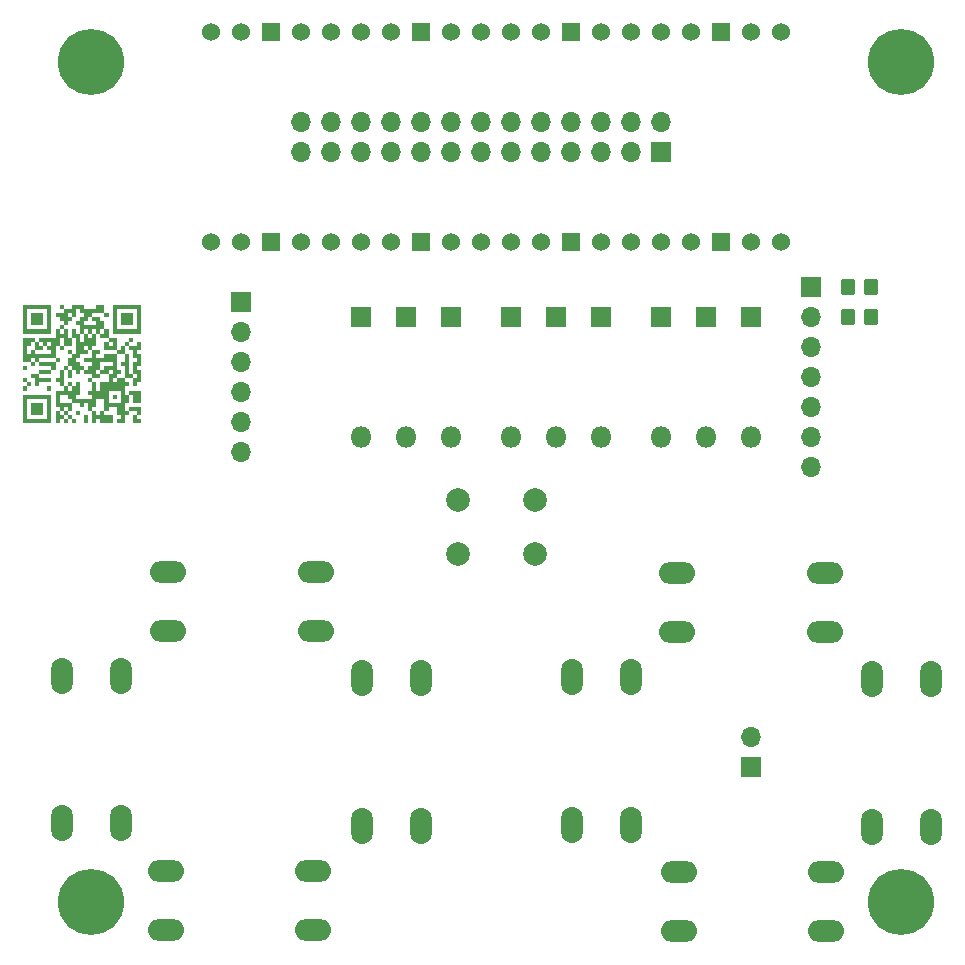
<source format=gbr>
%TF.GenerationSoftware,KiCad,Pcbnew,7.0.8*%
%TF.CreationDate,2023-10-15T22:57:13-07:00*%
%TF.ProjectId,HandheldInterface,48616e64-6865-46c6-9449-6e7465726661,rev?*%
%TF.SameCoordinates,Original*%
%TF.FileFunction,Soldermask,Top*%
%TF.FilePolarity,Negative*%
%FSLAX46Y46*%
G04 Gerber Fmt 4.6, Leading zero omitted, Abs format (unit mm)*
G04 Created by KiCad (PCBNEW 7.0.8) date 2023-10-15 22:57:13*
%MOMM*%
%LPD*%
G01*
G04 APERTURE LIST*
G04 Aperture macros list*
%AMRoundRect*
0 Rectangle with rounded corners*
0 $1 Rounding radius*
0 $2 $3 $4 $5 $6 $7 $8 $9 X,Y pos of 4 corners*
0 Add a 4 corners polygon primitive as box body*
4,1,4,$2,$3,$4,$5,$6,$7,$8,$9,$2,$3,0*
0 Add four circle primitives for the rounded corners*
1,1,$1+$1,$2,$3*
1,1,$1+$1,$4,$5*
1,1,$1+$1,$6,$7*
1,1,$1+$1,$8,$9*
0 Add four rect primitives between the rounded corners*
20,1,$1+$1,$2,$3,$4,$5,0*
20,1,$1+$1,$4,$5,$6,$7,0*
20,1,$1+$1,$6,$7,$8,$9,0*
20,1,$1+$1,$8,$9,$2,$3,0*%
G04 Aperture macros list end*
%ADD10C,5.600000*%
%ADD11RoundRect,0.250000X-0.350000X-0.450000X0.350000X-0.450000X0.350000X0.450000X-0.350000X0.450000X0*%
%ADD12RoundRect,0.250000X0.350000X0.450000X-0.350000X0.450000X-0.350000X-0.450000X0.350000X-0.450000X0*%
%ADD13R,1.700000X1.700000*%
%ADD14O,1.700000X1.700000*%
%ADD15C,1.524000*%
%ADD16R,1.524000X1.524000*%
%ADD17O,1.850000X3.048000*%
%ADD18O,3.048000X1.850000*%
%ADD19C,2.000000*%
%ADD20R,1.800000X1.800000*%
%ADD21O,1.800000X1.800000*%
G04 APERTURE END LIST*
%TO.C,G\u002A\u002A\u002A*%
G36*
X19972829Y-46410569D02*
G01*
X19627989Y-46410569D01*
X19627989Y-46065728D01*
X19972829Y-46065728D01*
X19972829Y-46410569D01*
G37*
G36*
X19972829Y-47445092D02*
G01*
X19627989Y-47445092D01*
X19627989Y-47100251D01*
X19972829Y-47100251D01*
X19972829Y-47445092D01*
G37*
G36*
X19972829Y-48134774D02*
G01*
X19627989Y-48134774D01*
X19627989Y-47789933D01*
X19972829Y-47789933D01*
X19972829Y-48134774D01*
G37*
G36*
X20317670Y-47789933D02*
G01*
X19972829Y-47789933D01*
X19972829Y-47445092D01*
X20317670Y-47445092D01*
X20317670Y-47789933D01*
G37*
G36*
X21352193Y-42617318D02*
G01*
X20317670Y-42617318D01*
X20317670Y-41582795D01*
X21352193Y-41582795D01*
X21352193Y-42617318D01*
G37*
G36*
X21352193Y-50203819D02*
G01*
X20317670Y-50203819D01*
X20317670Y-49169297D01*
X21352193Y-49169297D01*
X21352193Y-50203819D01*
G37*
G36*
X22041875Y-46755410D02*
G01*
X21007352Y-46755410D01*
X21007352Y-46410569D01*
X22041875Y-46410569D01*
X22041875Y-46755410D01*
G37*
G36*
X22041875Y-48134774D02*
G01*
X21697034Y-48134774D01*
X21697034Y-47789933D01*
X22041875Y-47789933D01*
X22041875Y-48134774D01*
G37*
G36*
X22731557Y-45720887D02*
G01*
X22386716Y-45720887D01*
X22386716Y-45376046D01*
X22731557Y-45376046D01*
X22731557Y-45720887D01*
G37*
G36*
X23076398Y-41237954D02*
G01*
X22731557Y-41237954D01*
X22731557Y-40893114D01*
X23076398Y-40893114D01*
X23076398Y-41237954D01*
G37*
G36*
X23421239Y-50893501D02*
G01*
X23076398Y-50893501D01*
X23076398Y-50548660D01*
X23421239Y-50548660D01*
X23421239Y-50893501D01*
G37*
G36*
X23766080Y-45031205D02*
G01*
X23421239Y-45031205D01*
X23421239Y-44686364D01*
X23766080Y-44686364D01*
X23766080Y-45031205D01*
G37*
G36*
X23766080Y-47100251D02*
G01*
X23421239Y-47100251D01*
X23421239Y-46410569D01*
X23766080Y-46410569D01*
X23766080Y-47100251D01*
G37*
G36*
X23766080Y-47789933D02*
G01*
X23421239Y-47789933D01*
X23421239Y-47445092D01*
X23766080Y-47445092D01*
X23766080Y-47789933D01*
G37*
G36*
X23766080Y-50548660D02*
G01*
X23421239Y-50548660D01*
X23421239Y-50203819D01*
X23766080Y-50203819D01*
X23766080Y-50548660D01*
G37*
G36*
X24110921Y-50893501D02*
G01*
X23766080Y-50893501D01*
X23766080Y-50548660D01*
X24110921Y-50548660D01*
X24110921Y-50893501D01*
G37*
G36*
X24455762Y-50203819D02*
G01*
X24110921Y-50203819D01*
X24110921Y-49858979D01*
X24455762Y-49858979D01*
X24455762Y-50203819D01*
G37*
G36*
X25145444Y-50893501D02*
G01*
X24800603Y-50893501D01*
X24800603Y-50203819D01*
X25145444Y-50203819D01*
X25145444Y-50893501D01*
G37*
G36*
X25490285Y-47445092D02*
G01*
X25145444Y-47445092D01*
X25145444Y-47100251D01*
X25490285Y-47100251D01*
X25490285Y-47445092D01*
G37*
G36*
X26869649Y-41927636D02*
G01*
X26524808Y-41927636D01*
X26524808Y-41582795D01*
X26869649Y-41582795D01*
X26869649Y-41927636D01*
G37*
G36*
X27559331Y-48824456D02*
G01*
X27214490Y-48824456D01*
X27214490Y-48479615D01*
X27559331Y-48479615D01*
X27559331Y-48824456D01*
G37*
G36*
X28938694Y-42617318D02*
G01*
X27904172Y-42617318D01*
X27904172Y-41582795D01*
X28938694Y-41582795D01*
X28938694Y-42617318D01*
G37*
G36*
X28938694Y-43996682D02*
G01*
X28593854Y-43996682D01*
X28593854Y-43651841D01*
X28938694Y-43651841D01*
X28938694Y-43996682D01*
G37*
G36*
X22386716Y-46410569D02*
G01*
X22041875Y-46410569D01*
X22041875Y-46065728D01*
X21007352Y-46065728D01*
X21007352Y-45720887D01*
X22386716Y-45720887D01*
X22386716Y-46410569D01*
G37*
G36*
X29283535Y-50548660D02*
G01*
X29628376Y-50548660D01*
X29628376Y-50893501D01*
X28938694Y-50893501D01*
X28938694Y-50203819D01*
X29283535Y-50203819D01*
X29283535Y-50548660D01*
G37*
G36*
X29628376Y-49169297D02*
G01*
X28938694Y-49169297D01*
X28938694Y-48479615D01*
X28593854Y-48479615D01*
X28593854Y-48134774D01*
X29628376Y-48134774D01*
X29628376Y-49169297D01*
G37*
G36*
X29628376Y-50203819D02*
G01*
X29283535Y-50203819D01*
X29283535Y-49858979D01*
X28593854Y-49858979D01*
X28593854Y-49514138D01*
X29628376Y-49514138D01*
X29628376Y-50203819D01*
G37*
G36*
X21007352Y-47100251D02*
G01*
X22041875Y-47100251D01*
X22041875Y-47445092D01*
X21007352Y-47445092D01*
X21007352Y-47789933D01*
X20662511Y-47789933D01*
X20662511Y-47100251D01*
X20317670Y-47100251D01*
X20317670Y-46755410D01*
X21007352Y-46755410D01*
X21007352Y-47100251D01*
G37*
G36*
X22041875Y-43307000D02*
G01*
X19627989Y-43307000D01*
X19627989Y-42962159D01*
X19972829Y-42962159D01*
X21697034Y-42962159D01*
X21697034Y-41237954D01*
X19972829Y-41237954D01*
X19972829Y-42962159D01*
X19627989Y-42962159D01*
X19627989Y-40893114D01*
X22041875Y-40893114D01*
X22041875Y-43307000D01*
G37*
G36*
X22041875Y-50893501D02*
G01*
X19627989Y-50893501D01*
X19627989Y-50548660D01*
X19972829Y-50548660D01*
X21697034Y-50548660D01*
X21697034Y-48824456D01*
X19972829Y-48824456D01*
X19972829Y-50548660D01*
X19627989Y-50548660D01*
X19627989Y-48479615D01*
X22041875Y-48479615D01*
X22041875Y-50893501D01*
G37*
G36*
X29628376Y-43307000D02*
G01*
X27214490Y-43307000D01*
X27214490Y-42962159D01*
X27559331Y-42962159D01*
X29283535Y-42962159D01*
X29283535Y-41237954D01*
X27559331Y-41237954D01*
X27559331Y-42962159D01*
X27214490Y-42962159D01*
X27214490Y-40893114D01*
X29628376Y-40893114D01*
X29628376Y-43307000D01*
G37*
G36*
X25835126Y-42617318D02*
G01*
X25835126Y-42272477D01*
X25490285Y-42272477D01*
X25490285Y-41927636D01*
X26179967Y-41927636D01*
X26179967Y-42272477D01*
X26524808Y-42272477D01*
X26524808Y-42962159D01*
X26179967Y-42962159D01*
X26179967Y-43307000D01*
X25835126Y-43307000D01*
X25835126Y-44341523D01*
X25490285Y-44341523D01*
X25490285Y-44686364D01*
X25145444Y-44686364D01*
X25145444Y-45031205D01*
X24455762Y-45031205D01*
X24455762Y-45376046D01*
X24110921Y-45376046D01*
X24110921Y-45720887D01*
X24455762Y-45720887D01*
X24455762Y-46065728D01*
X24800603Y-46065728D01*
X24800603Y-46410569D01*
X25145444Y-46410569D01*
X25145444Y-46065728D01*
X25490285Y-46065728D01*
X25490285Y-45720887D01*
X24800603Y-45720887D01*
X24800603Y-45376046D01*
X25490285Y-45376046D01*
X25490285Y-44686364D01*
X26179967Y-44686364D01*
X26179967Y-45031205D01*
X25835126Y-45031205D01*
X25835126Y-45376046D01*
X26524808Y-45376046D01*
X26524808Y-45031205D01*
X27559331Y-45031205D01*
X27559331Y-44686364D01*
X26524808Y-44686364D01*
X26524808Y-44341523D01*
X26869649Y-44341523D01*
X27214490Y-44341523D01*
X27214490Y-43996682D01*
X26869649Y-43996682D01*
X26869649Y-44341523D01*
X26524808Y-44341523D01*
X26524808Y-43996682D01*
X26869649Y-43996682D01*
X26869649Y-43651841D01*
X27559331Y-43651841D01*
X27559331Y-44686364D01*
X27904172Y-44686364D01*
X27904172Y-44341523D01*
X28249013Y-44341523D01*
X28249013Y-43996682D01*
X28593854Y-43996682D01*
X28593854Y-44341523D01*
X29283535Y-44341523D01*
X29283535Y-43996682D01*
X29628376Y-43996682D01*
X29628376Y-44686364D01*
X29283535Y-44686364D01*
X29283535Y-45031205D01*
X29628376Y-45031205D01*
X29628376Y-46065728D01*
X29283535Y-46065728D01*
X29283535Y-46410569D01*
X29628376Y-46410569D01*
X29628376Y-47445092D01*
X29283535Y-47445092D01*
X29283535Y-47789933D01*
X28938694Y-47789933D01*
X28938694Y-47100251D01*
X29283535Y-47100251D01*
X29283535Y-46755410D01*
X28938694Y-46755410D01*
X28938694Y-47100251D01*
X28249013Y-47100251D01*
X28249013Y-47445092D01*
X28593854Y-47445092D01*
X28593854Y-47789933D01*
X28249013Y-47789933D01*
X28249013Y-48479615D01*
X28593854Y-48479615D01*
X28593854Y-49169297D01*
X28249013Y-49169297D01*
X28249013Y-49858979D01*
X28593854Y-49858979D01*
X28593854Y-50203819D01*
X28249013Y-50203819D01*
X28249013Y-50893501D01*
X27559331Y-50893501D01*
X27559331Y-50548660D01*
X27904172Y-50548660D01*
X27904172Y-50203819D01*
X27559331Y-50203819D01*
X27559331Y-49514138D01*
X26869649Y-49514138D01*
X26869649Y-49858979D01*
X26524808Y-49858979D01*
X26524808Y-50203819D01*
X27214490Y-50203819D01*
X27214490Y-50893501D01*
X26179967Y-50893501D01*
X26179967Y-50548660D01*
X25835126Y-50548660D01*
X25835126Y-50893501D01*
X25490285Y-50893501D01*
X25490285Y-49858979D01*
X25835126Y-49858979D01*
X25835126Y-50203819D01*
X26179967Y-50203819D01*
X26179967Y-49858979D01*
X26524808Y-49858979D01*
X26524808Y-49169297D01*
X26869649Y-49169297D01*
X27904172Y-49169297D01*
X27904172Y-48134774D01*
X26869649Y-48134774D01*
X26869649Y-49169297D01*
X26524808Y-49169297D01*
X26524808Y-48824456D01*
X25835126Y-48824456D01*
X25835126Y-49514138D01*
X25490285Y-49514138D01*
X25490285Y-49858979D01*
X25145444Y-49858979D01*
X25145444Y-49169297D01*
X24800603Y-49169297D01*
X24800603Y-49514138D01*
X24455762Y-49514138D01*
X24455762Y-49169297D01*
X23766080Y-49169297D01*
X23766080Y-49858979D01*
X23421239Y-49858979D01*
X23421239Y-50203819D01*
X23076398Y-50203819D01*
X23076398Y-50548660D01*
X22731557Y-50548660D01*
X22731557Y-50893501D01*
X22386716Y-50893501D01*
X22386716Y-50203819D01*
X22731557Y-50203819D01*
X23076398Y-50203819D01*
X23076398Y-49858979D01*
X23421239Y-49858979D01*
X23421239Y-49514138D01*
X23076398Y-49514138D01*
X23076398Y-49858979D01*
X22731557Y-49858979D01*
X22731557Y-50203819D01*
X22386716Y-50203819D01*
X22386716Y-49858979D01*
X22731557Y-49858979D01*
X22731557Y-49514138D01*
X22386716Y-49514138D01*
X22386716Y-49169297D01*
X22731557Y-49169297D01*
X23766080Y-49169297D01*
X23766080Y-48824456D01*
X23421239Y-48824456D01*
X23421239Y-48479615D01*
X22731557Y-48479615D01*
X22731557Y-49169297D01*
X22386716Y-49169297D01*
X22386716Y-48134774D01*
X23076398Y-48134774D01*
X23076398Y-47789933D01*
X23421239Y-47789933D01*
X23421239Y-48134774D01*
X23766080Y-48134774D01*
X23766080Y-47789933D01*
X24110921Y-47789933D01*
X24110921Y-47445092D01*
X24455762Y-47445092D01*
X24455762Y-48479615D01*
X24110921Y-48479615D01*
X24110921Y-48824456D01*
X25490285Y-48824456D01*
X25490285Y-48479615D01*
X25145444Y-48479615D01*
X25145444Y-48134774D01*
X25490285Y-48134774D01*
X25490285Y-47445092D01*
X25835126Y-47445092D01*
X25835126Y-48134774D01*
X26179967Y-48134774D01*
X26179967Y-47445092D01*
X26869649Y-47445092D01*
X27214490Y-47445092D01*
X27559331Y-47445092D01*
X27559331Y-47100251D01*
X28249013Y-47100251D01*
X28249013Y-46065728D01*
X27904172Y-46065728D01*
X27904172Y-45720887D01*
X28249013Y-45720887D01*
X28249013Y-45031205D01*
X28593854Y-45031205D01*
X28593854Y-46755410D01*
X28938694Y-46755410D01*
X28938694Y-45720887D01*
X29283535Y-45720887D01*
X29283535Y-45376046D01*
X28938694Y-45376046D01*
X28938694Y-44686364D01*
X28593854Y-44686364D01*
X28593854Y-44341523D01*
X28249013Y-44341523D01*
X28249013Y-45031205D01*
X27559331Y-45031205D01*
X27559331Y-46410569D01*
X27904172Y-46410569D01*
X27904172Y-46755410D01*
X27559331Y-46755410D01*
X27559331Y-47100251D01*
X27214490Y-47100251D01*
X27214490Y-47445092D01*
X26869649Y-47445092D01*
X26869649Y-46755410D01*
X27214490Y-46755410D01*
X27214490Y-46410569D01*
X26869649Y-46410569D01*
X26869649Y-46755410D01*
X26179967Y-46755410D01*
X26179967Y-47100251D01*
X25490285Y-47100251D01*
X25490285Y-46755410D01*
X25835126Y-46755410D01*
X26179967Y-46755410D01*
X26179967Y-46410569D01*
X26524808Y-46410569D01*
X26524808Y-46065728D01*
X27214490Y-46065728D01*
X27214490Y-45720887D01*
X26179967Y-45720887D01*
X26179967Y-46410569D01*
X25835126Y-46410569D01*
X25835126Y-46755410D01*
X25490285Y-46755410D01*
X24800603Y-46755410D01*
X24800603Y-46410569D01*
X24455762Y-46410569D01*
X24455762Y-46755410D01*
X24110921Y-46755410D01*
X24110921Y-46410569D01*
X23766080Y-46410569D01*
X23766080Y-46065728D01*
X23421239Y-46065728D01*
X23421239Y-46410569D01*
X23076398Y-46410569D01*
X23076398Y-47789933D01*
X22731557Y-47789933D01*
X22731557Y-47445092D01*
X22386716Y-47445092D01*
X22386716Y-47100251D01*
X22731557Y-47100251D01*
X22731557Y-46410569D01*
X23076398Y-46410569D01*
X23076398Y-46065728D01*
X23421239Y-46065728D01*
X23421239Y-45720887D01*
X23421239Y-45376046D01*
X23766080Y-45376046D01*
X23766080Y-45031205D01*
X24110921Y-45031205D01*
X24110921Y-44686364D01*
X24800603Y-44686364D01*
X25145444Y-44686364D01*
X25145444Y-44341523D01*
X24800603Y-44341523D01*
X24800603Y-44686364D01*
X24110921Y-44686364D01*
X24110921Y-43996682D01*
X24455762Y-43996682D01*
X24800603Y-43996682D01*
X24800603Y-43651841D01*
X25145444Y-43651841D01*
X25490285Y-43651841D01*
X25490285Y-43307000D01*
X25835126Y-43307000D01*
X25835126Y-42962159D01*
X25490285Y-42962159D01*
X25490285Y-43307000D01*
X25145444Y-43307000D01*
X25145444Y-43651841D01*
X24800603Y-43651841D01*
X24800603Y-43307000D01*
X25145444Y-43307000D01*
X25145444Y-42962159D01*
X24800603Y-42962159D01*
X24800603Y-43307000D01*
X24455762Y-43307000D01*
X24455762Y-43996682D01*
X24110921Y-43996682D01*
X24110921Y-43651841D01*
X23766080Y-43651841D01*
X23766080Y-44341523D01*
X23076398Y-44341523D01*
X23076398Y-44686364D01*
X22731557Y-44686364D01*
X22731557Y-44341523D01*
X23076398Y-44341523D01*
X23076398Y-43651841D01*
X22731557Y-43651841D01*
X22731557Y-44341523D01*
X22386716Y-44341523D01*
X22386716Y-45376046D01*
X21007352Y-45376046D01*
X21007352Y-45720887D01*
X20662511Y-45720887D01*
X20662511Y-46065728D01*
X20317670Y-46065728D01*
X20317670Y-45720887D01*
X20662511Y-45720887D01*
X20662511Y-45376046D01*
X20317670Y-45376046D01*
X20317670Y-45720887D01*
X19627989Y-45720887D01*
X19627989Y-45031205D01*
X19972829Y-45031205D01*
X20317670Y-45031205D01*
X20662511Y-45031205D01*
X22041875Y-45031205D01*
X22041875Y-44686364D01*
X21697034Y-44686364D01*
X21697034Y-44341523D01*
X22041875Y-44341523D01*
X22041875Y-43996682D01*
X21697034Y-43996682D01*
X21697034Y-44341523D01*
X21352193Y-44341523D01*
X21352193Y-44686364D01*
X20662511Y-44686364D01*
X20662511Y-45031205D01*
X20317670Y-45031205D01*
X20317670Y-44686364D01*
X20662511Y-44686364D01*
X20662511Y-44341523D01*
X21007352Y-44341523D01*
X21352193Y-44341523D01*
X21352193Y-43996682D01*
X21007352Y-43996682D01*
X21007352Y-44341523D01*
X20662511Y-44341523D01*
X20662511Y-43996682D01*
X20317670Y-43996682D01*
X20317670Y-44341523D01*
X19972829Y-44341523D01*
X19972829Y-45031205D01*
X19627989Y-45031205D01*
X19627989Y-43651841D01*
X20662511Y-43651841D01*
X20662511Y-43996682D01*
X21007352Y-43996682D01*
X21007352Y-43651841D01*
X22386716Y-43651841D01*
X22386716Y-43307000D01*
X22731557Y-43307000D01*
X23076398Y-43307000D01*
X23076398Y-42962159D01*
X23421239Y-42962159D01*
X23421239Y-43651841D01*
X23766080Y-43651841D01*
X23766080Y-42962159D01*
X24110921Y-42962159D01*
X24110921Y-43307000D01*
X24455762Y-43307000D01*
X24455762Y-42617318D01*
X24110921Y-42617318D01*
X24110921Y-42272477D01*
X24455762Y-42272477D01*
X24455762Y-41927636D01*
X24800603Y-41927636D01*
X24800603Y-41582795D01*
X24455762Y-41582795D01*
X24455762Y-41237954D01*
X24110921Y-41237954D01*
X24110921Y-41927636D01*
X23766080Y-41927636D01*
X23766080Y-42272477D01*
X23421239Y-42272477D01*
X23421239Y-42617318D01*
X23076398Y-42617318D01*
X23076398Y-42962159D01*
X22731557Y-42962159D01*
X22731557Y-43307000D01*
X22386716Y-43307000D01*
X22386716Y-42962159D01*
X22731557Y-42962159D01*
X22731557Y-42617318D01*
X23076398Y-42617318D01*
X23076398Y-42272477D01*
X22731557Y-42272477D01*
X22731557Y-41927636D01*
X23421239Y-41927636D01*
X23766080Y-41927636D01*
X23766080Y-41582795D01*
X23421239Y-41582795D01*
X23421239Y-41927636D01*
X22731557Y-41927636D01*
X22386716Y-41927636D01*
X22386716Y-41582795D01*
X23076398Y-41582795D01*
X23076398Y-41237954D01*
X23766080Y-41237954D01*
X23766080Y-40893114D01*
X24800603Y-40893114D01*
X24800603Y-41237954D01*
X25835126Y-41237954D01*
X25835126Y-40893114D01*
X26524808Y-40893114D01*
X26524808Y-41582795D01*
X25490285Y-41582795D01*
X25490285Y-41927636D01*
X25145444Y-41927636D01*
X25145444Y-42272477D01*
X24800603Y-42272477D01*
X24800603Y-42617318D01*
X25835126Y-42617318D01*
G37*
G36*
X26869649Y-42962159D02*
G01*
X26869649Y-43651841D01*
X26179967Y-43651841D01*
X26179967Y-43307000D01*
X26524808Y-43307000D01*
X26524808Y-42962159D01*
X26869649Y-42962159D01*
G37*
%TD*%
D10*
%TO.C,REF\u002A\u002A*%
X93980000Y-91440000D03*
%TD*%
%TO.C,REF\u002A\u002A*%
X25400000Y-91440000D03*
%TD*%
%TO.C,REF\u002A\u002A*%
X25400000Y-20320000D03*
%TD*%
%TO.C,REF\u002A\u002A*%
X93980000Y-20320000D03*
%TD*%
D11*
%TO.C,R2*%
X89440000Y-41910000D03*
X91440000Y-41910000D03*
%TD*%
D12*
%TO.C,R1*%
X91440000Y-39370000D03*
X89440000Y-39370000D03*
%TD*%
D13*
%TO.C,U3*%
X86360000Y-39370000D03*
D14*
X86360000Y-41910000D03*
X86360000Y-44450000D03*
X86360000Y-46990000D03*
X86360000Y-49530000D03*
X86360000Y-52070000D03*
X86360000Y-54610000D03*
%TD*%
%TO.C,U2*%
X38100000Y-53340000D03*
X38100000Y-50800000D03*
X38100000Y-48260000D03*
X38100000Y-45720000D03*
X38100000Y-43180000D03*
D13*
X38100000Y-40640000D03*
%TD*%
D15*
%TO.C,U1*%
X35560000Y-17780000D03*
X38100000Y-17780000D03*
D16*
X40640000Y-17780000D03*
D15*
X43180000Y-17780000D03*
X45720000Y-17780000D03*
X48260000Y-17780000D03*
X50800000Y-17780000D03*
D16*
X53340000Y-17780000D03*
D15*
X55880000Y-17780000D03*
X58420000Y-17780000D03*
X60960000Y-17780000D03*
X63500000Y-17780000D03*
D16*
X66040000Y-17780000D03*
D15*
X68580000Y-17780000D03*
X71120000Y-17780000D03*
X73660000Y-17780000D03*
X76200000Y-17780000D03*
D16*
X78740000Y-17780000D03*
D15*
X81280000Y-17780000D03*
X83820000Y-17780000D03*
X83820000Y-35560000D03*
X81280000Y-35560000D03*
D16*
X78740000Y-35560000D03*
D15*
X76200000Y-35560000D03*
X73660000Y-35560000D03*
X71120000Y-35560000D03*
X68580000Y-35560000D03*
D16*
X66040000Y-35560000D03*
D15*
X63500000Y-35560000D03*
X60960000Y-35560000D03*
X58420000Y-35560000D03*
X55880000Y-35560000D03*
D16*
X53340000Y-35560000D03*
D15*
X48260000Y-35560000D03*
X50800000Y-35560000D03*
X45720000Y-35560000D03*
X43180000Y-35560000D03*
D16*
X40640000Y-35560000D03*
D15*
X38100000Y-35560000D03*
X35560000Y-35560000D03*
%TD*%
D17*
%TO.C,SW9*%
X27900000Y-72280000D03*
X27900000Y-84780000D03*
X22900000Y-72280000D03*
X22900000Y-84780000D03*
%TD*%
D18*
%TO.C,SW8*%
X44410000Y-68470000D03*
X31910000Y-68470000D03*
X44410000Y-63470000D03*
X31910000Y-63470000D03*
%TD*%
%TO.C,SW7*%
X31710000Y-88790000D03*
X44210000Y-88790000D03*
X31710000Y-93790000D03*
X44210000Y-93790000D03*
%TD*%
D17*
%TO.C,SW6*%
X48300000Y-84980000D03*
X48300000Y-72480000D03*
X53300000Y-84980000D03*
X53300000Y-72480000D03*
%TD*%
D18*
%TO.C,SW5*%
X87520000Y-68540000D03*
X75020000Y-68540000D03*
X87520000Y-63540000D03*
X75020000Y-63540000D03*
%TD*%
D17*
%TO.C,SW4*%
X91520000Y-85090000D03*
X91520000Y-72590000D03*
X96520000Y-85090000D03*
X96520000Y-72590000D03*
%TD*%
D19*
%TO.C,SW3*%
X62940000Y-57440000D03*
X56440000Y-57440000D03*
X62940000Y-61940000D03*
X56440000Y-61940000D03*
%TD*%
D17*
%TO.C,SW2*%
X71120000Y-72390000D03*
X71120000Y-84890000D03*
X66120000Y-72390000D03*
X66120000Y-84890000D03*
%TD*%
D18*
%TO.C,SW1*%
X75130000Y-88900000D03*
X87630000Y-88900000D03*
X75130000Y-93900000D03*
X87630000Y-93900000D03*
%TD*%
D14*
%TO.C,J1*%
X43180000Y-25400000D03*
X43180000Y-27940000D03*
X45720000Y-25400000D03*
X45720000Y-27940000D03*
X48260000Y-25400000D03*
X48260000Y-27940000D03*
X50800000Y-25400000D03*
X50800000Y-27940000D03*
X53340000Y-25400000D03*
X53340000Y-27940000D03*
X55880000Y-25400000D03*
X55880000Y-27940000D03*
X58420000Y-25400000D03*
X58420000Y-27940000D03*
X60960000Y-25400000D03*
X60960000Y-27940000D03*
X63500000Y-25400000D03*
X63500000Y-27940000D03*
X66040000Y-25400000D03*
X66040000Y-27940000D03*
X68580000Y-25400000D03*
X68580000Y-27940000D03*
X71120000Y-25400000D03*
X71120000Y-27940000D03*
X73660000Y-25400000D03*
D13*
X73660000Y-27940000D03*
%TD*%
D14*
%TO.C,J2*%
X81280000Y-77470000D03*
D13*
X81280000Y-80010000D03*
%TD*%
D20*
%TO.C,D9*%
X48260000Y-41910000D03*
D21*
X48260000Y-52070000D03*
%TD*%
%TO.C,D8*%
X52070000Y-52070000D03*
D20*
X52070000Y-41910000D03*
%TD*%
%TO.C,D7*%
X55880000Y-41910000D03*
D21*
X55880000Y-52070000D03*
%TD*%
D20*
%TO.C,D6*%
X73660000Y-41910000D03*
D21*
X73660000Y-52070000D03*
%TD*%
D20*
%TO.C,D5*%
X77470000Y-41910000D03*
D21*
X77470000Y-52070000D03*
%TD*%
D20*
%TO.C,D4*%
X81280000Y-41910000D03*
D21*
X81280000Y-52070000D03*
%TD*%
D20*
%TO.C,D3*%
X60960000Y-41910000D03*
D21*
X60960000Y-52070000D03*
%TD*%
D20*
%TO.C,D2*%
X64770000Y-41910000D03*
D21*
X64770000Y-52070000D03*
%TD*%
D20*
%TO.C,D1*%
X68580000Y-41910000D03*
D21*
X68580000Y-52070000D03*
%TD*%
M02*

</source>
